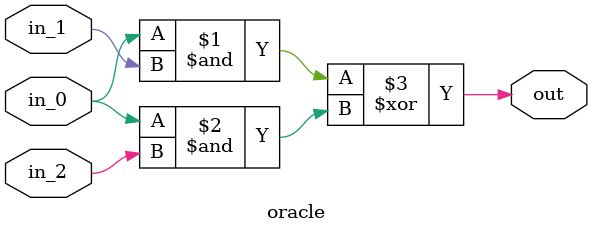
<source format=v>
module oracle (in_0, in_1, in_2, out);
    input in_0, in_1, in_2;
    output out;
    assign out = (in_0 & in_1) ^ (in_0 & in_2);
endmodule 

</source>
